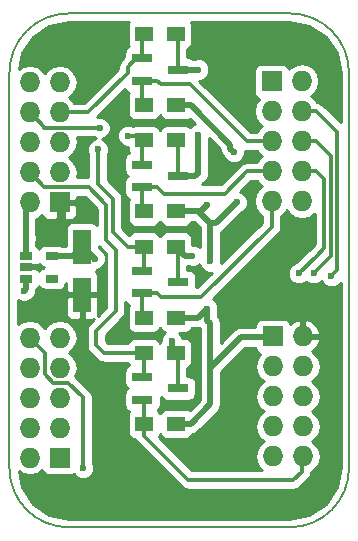
<source format=gtl>
G04 #@! TF.FileFunction,Copper,L1,Top,Signal*
%FSLAX46Y46*%
G04 Gerber Fmt 4.6, Leading zero omitted, Abs format (unit mm)*
G04 Created by KiCad (PCBNEW 4.0.2-stable) date 26.07.2016 23:04:28*
%MOMM*%
G01*
G04 APERTURE LIST*
%ADD10C,0.100000*%
%ADD11C,0.150000*%
%ADD12C,0.600000*%
%ADD13R,1.727200X1.727200*%
%ADD14O,1.727200X1.727200*%
%ADD15R,1.501140X2.999740*%
%ADD16R,1.800860X0.800100*%
%ADD17R,1.500000X1.300000*%
%ADD18R,1.060000X0.650000*%
%ADD19C,0.500000*%
%ADD20C,0.350000*%
%ADD21C,0.254000*%
G04 APERTURE END LIST*
D10*
D11*
X134500000Y-156500000D02*
X134500000Y-123000000D01*
X110750000Y-161500000D02*
X129500000Y-161500000D01*
X105750000Y-123000000D02*
X105750000Y-156500000D01*
X129500000Y-118000000D02*
X110750000Y-118000000D01*
X105750000Y-156500000D02*
G75*
G03X110750000Y-161500000I5000000J0D01*
G01*
X129500000Y-161500000D02*
G75*
G03X134500000Y-156500000I0J5000000D01*
G01*
X134500000Y-123000000D02*
G75*
G03X129500000Y-118000000I-5000000J0D01*
G01*
X110750000Y-118000000D02*
G75*
G03X105750000Y-123000000I0J-5000000D01*
G01*
D12*
X111850000Y-130050000D03*
X114900000Y-125900000D03*
X123400000Y-130750000D03*
X121450000Y-145200000D03*
X109550000Y-142450000D03*
X108550000Y-137450000D03*
X121900000Y-140300000D03*
X115200000Y-145000000D03*
X114800000Y-132000000D03*
X108000000Y-159250000D03*
X108250000Y-120250000D03*
X112100000Y-121100000D03*
X125000000Y-122600000D03*
X125600000Y-136400000D03*
X127900000Y-139600000D03*
X132900000Y-150800000D03*
X127600000Y-158500000D03*
X125800000Y-155800000D03*
X122000000Y-154400000D03*
X114800000Y-154400000D03*
D13*
X127960000Y-123750000D03*
D14*
X130500000Y-123750000D03*
X127960000Y-126290000D03*
X130500000Y-126290000D03*
X127960000Y-128830000D03*
X130500000Y-128830000D03*
X127960000Y-131370000D03*
X130500000Y-131370000D03*
X127960000Y-133910000D03*
X130500000Y-133910000D03*
D15*
X111900000Y-141800000D03*
X111900000Y-137802040D03*
D13*
X128060000Y-145350000D03*
D14*
X130600000Y-145350000D03*
X128060000Y-147890000D03*
X130600000Y-147890000D03*
X128060000Y-150430000D03*
X130600000Y-150430000D03*
X128060000Y-152970000D03*
X130600000Y-152970000D03*
X128060000Y-155510000D03*
X130600000Y-155510000D03*
D16*
X116998860Y-148800000D03*
X116998860Y-150700000D03*
X120001140Y-149750000D03*
X116998860Y-130800000D03*
X116998860Y-132700000D03*
X120001140Y-131750000D03*
X116998860Y-139800000D03*
X116998860Y-141700000D03*
X120001140Y-140750000D03*
X116998860Y-121800000D03*
X116998860Y-123700000D03*
X120001140Y-122750000D03*
D17*
X119850000Y-146750000D03*
X117150000Y-146750000D03*
X119850000Y-128750000D03*
X117150000Y-128750000D03*
X119850000Y-152750000D03*
X117150000Y-152750000D03*
X119850000Y-134750000D03*
X117150000Y-134750000D03*
X119850000Y-137750000D03*
X117150000Y-137750000D03*
X119850000Y-119750000D03*
X117150000Y-119750000D03*
X119850000Y-143750000D03*
X117150000Y-143750000D03*
X119850000Y-125750000D03*
X117150000Y-125750000D03*
D18*
X107150000Y-138550000D03*
X107150000Y-139500000D03*
X107150000Y-140450000D03*
X109350000Y-140450000D03*
X109350000Y-138550000D03*
D13*
X110000000Y-155600000D03*
D14*
X107460000Y-155600000D03*
X110000000Y-153060000D03*
X107460000Y-153060000D03*
X110000000Y-150520000D03*
X107460000Y-150520000D03*
X110000000Y-147980000D03*
X107460000Y-147980000D03*
X110000000Y-145440000D03*
X107460000Y-145440000D03*
D13*
X110000000Y-134000000D03*
D14*
X107460000Y-134000000D03*
X110000000Y-131460000D03*
X107460000Y-131460000D03*
X110000000Y-128920000D03*
X107460000Y-128920000D03*
X110000000Y-126380000D03*
X107460000Y-126380000D03*
X110000000Y-123840000D03*
X107460000Y-123840000D03*
D12*
X117200000Y-158800000D03*
X108250000Y-139500000D03*
X119500000Y-145750000D03*
X121750000Y-122750000D03*
X121750000Y-128250000D03*
X121750000Y-131500000D03*
X121250000Y-138500000D03*
X113000000Y-138750000D03*
X112000000Y-156500000D03*
X130250000Y-140000000D03*
X131500000Y-140000000D03*
X133000000Y-140250000D03*
X122500000Y-134250000D03*
X124750000Y-129750000D03*
X125000000Y-134000000D03*
X122750000Y-139000000D03*
X107150000Y-137000000D03*
X107000000Y-141500000D03*
X122500000Y-143000000D03*
X113400000Y-127700000D03*
X115800000Y-128350000D03*
X113250000Y-129500000D03*
D19*
X107150000Y-139500000D02*
X108250000Y-139500000D01*
X110250000Y-137250000D02*
X110250000Y-134250000D01*
X110250000Y-134250000D02*
X110000000Y-134000000D01*
X111900000Y-141800000D02*
X110450000Y-141800000D01*
X110450000Y-141800000D02*
X109750000Y-142500000D01*
X119500000Y-145750000D02*
X119500000Y-146400000D01*
X119500000Y-146400000D02*
X119850000Y-146750000D01*
X121750000Y-122750000D02*
X120001140Y-122750000D01*
X121750000Y-131500000D02*
X121750000Y-128250000D01*
X120001140Y-131750000D02*
X121500000Y-131750000D01*
X121500000Y-131750000D02*
X121750000Y-131500000D01*
X121250000Y-138500000D02*
X120600000Y-138500000D01*
X120600000Y-138500000D02*
X119850000Y-137750000D01*
X111900000Y-137802040D02*
X112052040Y-137802040D01*
X112052040Y-137802040D02*
X113000000Y-138750000D01*
D20*
X120001140Y-149750000D02*
X120001140Y-146901140D01*
X120001140Y-146901140D02*
X119850000Y-146750000D01*
X120001140Y-122750000D02*
X120001140Y-119901140D01*
X120001140Y-119901140D02*
X119850000Y-119750000D01*
X120001140Y-131750000D02*
X120001140Y-128901140D01*
X120001140Y-128901140D02*
X119850000Y-128750000D01*
X120001140Y-140750000D02*
X120001140Y-137901140D01*
X120001140Y-137901140D02*
X119850000Y-137750000D01*
D19*
X109350000Y-138550000D02*
X111152040Y-138550000D01*
X111152040Y-138550000D02*
X111900000Y-137802040D01*
D20*
X108750000Y-146730000D02*
X108750000Y-148563130D01*
X107460000Y-145440000D02*
X108750000Y-146730000D01*
X109436870Y-149250000D02*
X110750000Y-149250000D01*
X108750000Y-148563130D02*
X109436870Y-149250000D01*
X110750000Y-149250000D02*
X112000000Y-150500000D01*
X112000000Y-150500000D02*
X112000000Y-156500000D01*
X130500000Y-131370000D02*
X131721314Y-131370000D01*
X131721314Y-131370000D02*
X132399980Y-132048666D01*
X132399980Y-132048666D02*
X132399980Y-137850020D01*
X132399980Y-137850020D02*
X131750000Y-138500000D01*
X131750000Y-138500000D02*
X130250000Y-140000000D01*
X132949990Y-138550010D02*
X132949990Y-130250000D01*
X130500000Y-128830000D02*
X131721314Y-128830000D01*
X131721314Y-128830000D02*
X132949990Y-130058676D01*
X132949990Y-130058676D02*
X132949990Y-130250000D01*
X131500000Y-140000000D02*
X132949990Y-138550010D01*
X130500000Y-126290000D02*
X131721314Y-126290000D01*
X131721314Y-126290000D02*
X133500000Y-128068686D01*
X133500000Y-128068686D02*
X133500000Y-139750000D01*
X133500000Y-139750000D02*
X133000000Y-140250000D01*
X107460000Y-150520000D02*
X107460000Y-151226870D01*
D19*
X119850000Y-134750000D02*
X122000000Y-134750000D01*
X122000000Y-134750000D02*
X122500000Y-134250000D01*
X119850000Y-125750000D02*
X121100000Y-125750000D01*
X121100000Y-125750000D02*
X124450001Y-129100001D01*
X124450001Y-129100001D02*
X124450001Y-129450001D01*
X124750000Y-129750000D02*
X124450001Y-129450001D01*
X122750000Y-135750000D02*
X123250000Y-135750000D01*
X123250000Y-135750000D02*
X125000000Y-134000000D01*
X122750000Y-135750000D02*
X121750000Y-134750000D01*
X121750000Y-134750000D02*
X119850000Y-134750000D01*
X122750000Y-139000000D02*
X122750000Y-135750000D01*
X119850000Y-143750000D02*
X121100000Y-143750000D01*
X119850000Y-152750000D02*
X121100000Y-152750000D01*
X107150000Y-138550000D02*
X107150000Y-137000000D01*
X107150000Y-137000000D02*
X107150000Y-134310000D01*
X107150000Y-140450000D02*
X107150000Y-141350000D01*
X107150000Y-141350000D02*
X107000000Y-141500000D01*
X107150000Y-134310000D02*
X107460000Y-134000000D01*
X125330000Y-145420000D02*
X127960000Y-145420000D01*
X122750000Y-148000000D02*
X122750000Y-144250000D01*
X122750000Y-144250000D02*
X122500000Y-144000000D01*
X122500000Y-144000000D02*
X122500000Y-143000000D01*
X121750000Y-143750000D02*
X122500000Y-143000000D01*
X122750000Y-151100000D02*
X122750000Y-148000000D01*
X122750000Y-148000000D02*
X125330000Y-145420000D01*
X121100000Y-143750000D02*
X121750000Y-143750000D01*
X121100000Y-152750000D02*
X122750000Y-151100000D01*
D20*
X117150000Y-146750000D02*
X113750000Y-146750000D01*
X113750000Y-146750000D02*
X113100000Y-146100000D01*
X113100000Y-146100000D02*
X113100000Y-144850000D01*
X113100000Y-144850000D02*
X114750000Y-143200000D01*
X113949990Y-134199990D02*
X112448601Y-132698601D01*
X112448601Y-132698601D02*
X108698601Y-132698601D01*
X114750000Y-143200000D02*
X114750000Y-138000000D01*
X114750000Y-138000000D02*
X113949990Y-137199990D01*
X108698601Y-132698601D02*
X107460000Y-131460000D01*
X113949990Y-137199990D02*
X113949990Y-134199990D01*
X117150000Y-146750000D02*
X117150000Y-148648860D01*
X117150000Y-148648860D02*
X116998860Y-148800000D01*
X116998860Y-121800000D02*
X116998860Y-119901140D01*
X116998860Y-119901140D02*
X117150000Y-119750000D01*
X110000000Y-126380000D02*
X112418860Y-126380000D01*
X112418860Y-126380000D02*
X115748430Y-123050430D01*
X115748430Y-123050430D02*
X115748430Y-122550050D01*
X115748430Y-122550050D02*
X116498480Y-121800000D01*
X116498480Y-121800000D02*
X116998860Y-121800000D01*
X113400000Y-127700000D02*
X112950000Y-127700000D01*
X112950000Y-127700000D02*
X112931399Y-127681399D01*
X115800000Y-128350000D02*
X116750000Y-128350000D01*
X116750000Y-128350000D02*
X117150000Y-128750000D01*
X107460000Y-126380000D02*
X108681399Y-127601399D01*
X108681399Y-127681399D02*
X112931399Y-127681399D01*
X108681399Y-127601399D02*
X108681399Y-127681399D01*
X116998860Y-130800000D02*
X116998860Y-128901140D01*
X116998860Y-128901140D02*
X117150000Y-128750000D01*
X113250000Y-129500000D02*
X113250000Y-132450000D01*
X113250000Y-132450000D02*
X114500000Y-133700000D01*
X114500000Y-133700000D02*
X114500000Y-136500000D01*
X114500000Y-136500000D02*
X115750000Y-137750000D01*
X115750000Y-137750000D02*
X117150000Y-137750000D01*
X117150000Y-137750000D02*
X117150000Y-139648860D01*
X117150000Y-139648860D02*
X116998860Y-139800000D01*
X120900000Y-157500000D02*
X129793600Y-157500000D01*
X129793600Y-157500000D02*
X130500000Y-156793600D01*
X130500000Y-156793600D02*
X130500000Y-155580000D01*
X130500000Y-155580000D02*
X130272798Y-155580000D01*
X117150000Y-152750000D02*
X117150000Y-153750000D01*
X117150000Y-153750000D02*
X120900000Y-157500000D01*
X117150000Y-152750000D02*
X117150000Y-150851140D01*
X117150000Y-150851140D02*
X116998860Y-150700000D01*
X122000000Y-142000000D02*
X127960000Y-136040000D01*
X127960000Y-136040000D02*
X127960000Y-133910000D01*
X118549290Y-142000000D02*
X122000000Y-142000000D01*
X118249290Y-141700000D02*
X118549290Y-142000000D01*
X116998860Y-141700000D02*
X118249290Y-141700000D01*
X116998860Y-141700000D02*
X116998860Y-143598860D01*
X116998860Y-143598860D02*
X117150000Y-143750000D01*
X124000000Y-133250000D02*
X125880000Y-131370000D01*
X125880000Y-131370000D02*
X127960000Y-131370000D01*
X118799290Y-133250000D02*
X124000000Y-133250000D01*
X118249290Y-132700000D02*
X118799290Y-133250000D01*
X116998860Y-132700000D02*
X118249290Y-132700000D01*
X116998860Y-132700000D02*
X116998860Y-134598860D01*
X116998860Y-134598860D02*
X117150000Y-134750000D01*
X121000000Y-124000000D02*
X125830000Y-128830000D01*
X125830000Y-128830000D02*
X127960000Y-128830000D01*
X118549290Y-124000000D02*
X121000000Y-124000000D01*
X118249290Y-123700000D02*
X118549290Y-124000000D01*
X116998860Y-123700000D02*
X118249290Y-123700000D01*
X116998860Y-123700000D02*
X116998860Y-125598860D01*
X116998860Y-125598860D02*
X117150000Y-125750000D01*
D21*
G36*
X129440330Y-134999029D02*
X129926511Y-135323885D01*
X130500000Y-135437959D01*
X131073489Y-135323885D01*
X131559670Y-134999029D01*
X131589980Y-134953667D01*
X131589980Y-137514507D01*
X131177246Y-137927242D01*
X131177243Y-137927244D01*
X130021917Y-139082570D01*
X129721057Y-139206883D01*
X129457808Y-139469673D01*
X129315162Y-139813201D01*
X129314838Y-140185167D01*
X129456883Y-140528943D01*
X129719673Y-140792192D01*
X130063201Y-140934838D01*
X130435167Y-140935162D01*
X130778943Y-140793117D01*
X130874937Y-140697290D01*
X130969673Y-140792192D01*
X131313201Y-140934838D01*
X131685167Y-140935162D01*
X132028943Y-140793117D01*
X132159067Y-140663220D01*
X132206883Y-140778943D01*
X132469673Y-141042192D01*
X132813201Y-141184838D01*
X133185167Y-141185162D01*
X133528943Y-141043117D01*
X133790000Y-140782515D01*
X133790000Y-156430069D01*
X133450592Y-158136390D01*
X132523654Y-159523651D01*
X131136390Y-160450592D01*
X129430069Y-160790000D01*
X110819931Y-160790000D01*
X109113610Y-160450592D01*
X107726349Y-159523654D01*
X106799408Y-158136390D01*
X106526317Y-156763469D01*
X106857152Y-156984526D01*
X107430641Y-157098600D01*
X107489359Y-157098600D01*
X108062848Y-156984526D01*
X108528442Y-156673426D01*
X108533238Y-156698917D01*
X108672310Y-156915041D01*
X108884510Y-157060031D01*
X109136400Y-157111040D01*
X110863600Y-157111040D01*
X111098917Y-157066762D01*
X111196551Y-157003937D01*
X111206883Y-157028943D01*
X111469673Y-157292192D01*
X111813201Y-157434838D01*
X112185167Y-157435162D01*
X112528943Y-157293117D01*
X112792192Y-157030327D01*
X112934838Y-156686799D01*
X112935162Y-156314833D01*
X112810000Y-156011917D01*
X112810000Y-150500000D01*
X112748342Y-150190026D01*
X112661461Y-150060000D01*
X112572757Y-149927244D01*
X111327815Y-148682303D01*
X111413885Y-148553489D01*
X111527959Y-147980000D01*
X111413885Y-147406511D01*
X111089029Y-146920330D01*
X110774248Y-146710000D01*
X111089029Y-146499670D01*
X111413885Y-146013489D01*
X111527959Y-145440000D01*
X111413885Y-144866511D01*
X111089029Y-144380330D01*
X110602848Y-144055474D01*
X110029359Y-143941400D01*
X109970641Y-143941400D01*
X109397152Y-144055474D01*
X108910971Y-144380330D01*
X108730000Y-144651172D01*
X108549029Y-144380330D01*
X108062848Y-144055474D01*
X107489359Y-143941400D01*
X107430641Y-143941400D01*
X106857152Y-144055474D01*
X106460000Y-144320843D01*
X106460000Y-142282502D01*
X106469673Y-142292192D01*
X106813201Y-142434838D01*
X107185167Y-142435162D01*
X107528943Y-142293117D01*
X107736672Y-142085750D01*
X110514430Y-142085750D01*
X110514430Y-143426179D01*
X110611103Y-143659568D01*
X110789731Y-143838197D01*
X111023120Y-143934870D01*
X111614250Y-143934870D01*
X111773000Y-143776120D01*
X111773000Y-141927000D01*
X110673180Y-141927000D01*
X110514430Y-142085750D01*
X107736672Y-142085750D01*
X107792192Y-142030327D01*
X107878942Y-141821412D01*
X107967633Y-141688675D01*
X107993228Y-141560000D01*
X108035001Y-141350000D01*
X108035000Y-141349995D01*
X108035000Y-141301148D01*
X108131441Y-141239090D01*
X108251233Y-141063768D01*
X108355910Y-141226441D01*
X108568110Y-141371431D01*
X108820000Y-141422440D01*
X109880000Y-141422440D01*
X110115317Y-141378162D01*
X110331441Y-141239090D01*
X110476431Y-141026890D01*
X110514430Y-140839245D01*
X110514430Y-141514250D01*
X110673180Y-141673000D01*
X111773000Y-141673000D01*
X111773000Y-141653000D01*
X112027000Y-141653000D01*
X112027000Y-141673000D01*
X113126820Y-141673000D01*
X113285570Y-141514250D01*
X113285570Y-140173821D01*
X113188897Y-139940432D01*
X113048743Y-139800277D01*
X113102011Y-139766000D01*
X113157262Y-139685138D01*
X113185167Y-139685162D01*
X113528943Y-139543117D01*
X113792192Y-139280327D01*
X113934838Y-138936799D01*
X113935162Y-138564833D01*
X113793117Y-138221057D01*
X113530327Y-137957808D01*
X113409013Y-137907434D01*
X113298010Y-137796431D01*
X113298010Y-137654179D01*
X113362036Y-137750000D01*
X113377234Y-137772746D01*
X113940000Y-138335512D01*
X113940000Y-142864487D01*
X113219994Y-143584494D01*
X113285570Y-143426179D01*
X113285570Y-142085750D01*
X113126820Y-141927000D01*
X112027000Y-141927000D01*
X112027000Y-143776120D01*
X112185750Y-143934870D01*
X112776880Y-143934870D01*
X112935193Y-143869294D01*
X112527244Y-144277244D01*
X112351658Y-144540026D01*
X112290000Y-144850000D01*
X112290000Y-146100000D01*
X112351658Y-146409974D01*
X112440004Y-146542192D01*
X112527244Y-146672756D01*
X113177244Y-147322757D01*
X113440027Y-147498343D01*
X113577897Y-147525766D01*
X113750000Y-147560000D01*
X115782666Y-147560000D01*
X115796838Y-147635317D01*
X115896678Y-147790472D01*
X115863113Y-147796788D01*
X115646989Y-147935860D01*
X115501999Y-148148060D01*
X115450990Y-148399950D01*
X115450990Y-149200050D01*
X115495268Y-149435367D01*
X115634340Y-149651491D01*
X115779437Y-149750632D01*
X115646989Y-149835860D01*
X115501999Y-150048060D01*
X115450990Y-150299950D01*
X115450990Y-151100050D01*
X115495268Y-151335367D01*
X115634340Y-151551491D01*
X115846540Y-151696481D01*
X115899803Y-151707267D01*
X115803569Y-151848110D01*
X115752560Y-152100000D01*
X115752560Y-153400000D01*
X115796838Y-153635317D01*
X115935910Y-153851441D01*
X116148110Y-153996431D01*
X116399130Y-154047264D01*
X116401658Y-154059974D01*
X116505560Y-154215474D01*
X116577244Y-154322756D01*
X120327244Y-158072757D01*
X120590027Y-158248343D01*
X120723551Y-158274902D01*
X120900000Y-158310000D01*
X129793600Y-158310000D01*
X130103574Y-158248342D01*
X130366356Y-158072756D01*
X131072756Y-157366357D01*
X131177230Y-157210000D01*
X131248342Y-157103574D01*
X131301037Y-156838660D01*
X131659670Y-156599029D01*
X131984526Y-156112848D01*
X132098600Y-155539359D01*
X132098600Y-155480641D01*
X131984526Y-154907152D01*
X131659670Y-154420971D01*
X131388828Y-154240000D01*
X131659670Y-154059029D01*
X131984526Y-153572848D01*
X132098600Y-152999359D01*
X132098600Y-152940641D01*
X131984526Y-152367152D01*
X131659670Y-151880971D01*
X131388828Y-151700000D01*
X131659670Y-151519029D01*
X131984526Y-151032848D01*
X132098600Y-150459359D01*
X132098600Y-150400641D01*
X131984526Y-149827152D01*
X131659670Y-149340971D01*
X131388828Y-149160000D01*
X131659670Y-148979029D01*
X131984526Y-148492848D01*
X132098600Y-147919359D01*
X132098600Y-147860641D01*
X131984526Y-147287152D01*
X131659670Y-146800971D01*
X131388839Y-146620008D01*
X131806821Y-146238490D01*
X132054968Y-145709027D01*
X131934469Y-145477000D01*
X130727000Y-145477000D01*
X130727000Y-145497000D01*
X130473000Y-145497000D01*
X130473000Y-145477000D01*
X130453000Y-145477000D01*
X130453000Y-145223000D01*
X130473000Y-145223000D01*
X130473000Y-144016183D01*
X130727000Y-144016183D01*
X130727000Y-145223000D01*
X131934469Y-145223000D01*
X132054968Y-144990973D01*
X131806821Y-144461510D01*
X131374947Y-144067312D01*
X130959026Y-143895042D01*
X130727000Y-144016183D01*
X130473000Y-144016183D01*
X130240974Y-143895042D01*
X129825053Y-144067312D01*
X129540973Y-144326609D01*
X129526762Y-144251083D01*
X129387690Y-144034959D01*
X129175490Y-143889969D01*
X128923600Y-143838960D01*
X127196400Y-143838960D01*
X126961083Y-143883238D01*
X126744959Y-144022310D01*
X126599969Y-144234510D01*
X126548960Y-144486400D01*
X126548960Y-144535000D01*
X125330005Y-144535000D01*
X125330000Y-144534999D01*
X125060164Y-144588674D01*
X124991325Y-144602367D01*
X124704210Y-144794210D01*
X124704208Y-144794213D01*
X123635000Y-145863421D01*
X123635000Y-144250000D01*
X123567633Y-143911325D01*
X123385000Y-143637994D01*
X123385000Y-143306822D01*
X123434838Y-143186799D01*
X123435162Y-142814833D01*
X123293117Y-142471057D01*
X123030327Y-142207808D01*
X122964880Y-142180632D01*
X128532757Y-136612756D01*
X128708343Y-136349973D01*
X128736805Y-136206883D01*
X128770000Y-136040000D01*
X128770000Y-135165853D01*
X129019670Y-134999029D01*
X129230000Y-134684248D01*
X129440330Y-134999029D01*
X129440330Y-134999029D01*
G37*
X129440330Y-134999029D02*
X129926511Y-135323885D01*
X130500000Y-135437959D01*
X131073489Y-135323885D01*
X131559670Y-134999029D01*
X131589980Y-134953667D01*
X131589980Y-137514507D01*
X131177246Y-137927242D01*
X131177243Y-137927244D01*
X130021917Y-139082570D01*
X129721057Y-139206883D01*
X129457808Y-139469673D01*
X129315162Y-139813201D01*
X129314838Y-140185167D01*
X129456883Y-140528943D01*
X129719673Y-140792192D01*
X130063201Y-140934838D01*
X130435167Y-140935162D01*
X130778943Y-140793117D01*
X130874937Y-140697290D01*
X130969673Y-140792192D01*
X131313201Y-140934838D01*
X131685167Y-140935162D01*
X132028943Y-140793117D01*
X132159067Y-140663220D01*
X132206883Y-140778943D01*
X132469673Y-141042192D01*
X132813201Y-141184838D01*
X133185167Y-141185162D01*
X133528943Y-141043117D01*
X133790000Y-140782515D01*
X133790000Y-156430069D01*
X133450592Y-158136390D01*
X132523654Y-159523651D01*
X131136390Y-160450592D01*
X129430069Y-160790000D01*
X110819931Y-160790000D01*
X109113610Y-160450592D01*
X107726349Y-159523654D01*
X106799408Y-158136390D01*
X106526317Y-156763469D01*
X106857152Y-156984526D01*
X107430641Y-157098600D01*
X107489359Y-157098600D01*
X108062848Y-156984526D01*
X108528442Y-156673426D01*
X108533238Y-156698917D01*
X108672310Y-156915041D01*
X108884510Y-157060031D01*
X109136400Y-157111040D01*
X110863600Y-157111040D01*
X111098917Y-157066762D01*
X111196551Y-157003937D01*
X111206883Y-157028943D01*
X111469673Y-157292192D01*
X111813201Y-157434838D01*
X112185167Y-157435162D01*
X112528943Y-157293117D01*
X112792192Y-157030327D01*
X112934838Y-156686799D01*
X112935162Y-156314833D01*
X112810000Y-156011917D01*
X112810000Y-150500000D01*
X112748342Y-150190026D01*
X112661461Y-150060000D01*
X112572757Y-149927244D01*
X111327815Y-148682303D01*
X111413885Y-148553489D01*
X111527959Y-147980000D01*
X111413885Y-147406511D01*
X111089029Y-146920330D01*
X110774248Y-146710000D01*
X111089029Y-146499670D01*
X111413885Y-146013489D01*
X111527959Y-145440000D01*
X111413885Y-144866511D01*
X111089029Y-144380330D01*
X110602848Y-144055474D01*
X110029359Y-143941400D01*
X109970641Y-143941400D01*
X109397152Y-144055474D01*
X108910971Y-144380330D01*
X108730000Y-144651172D01*
X108549029Y-144380330D01*
X108062848Y-144055474D01*
X107489359Y-143941400D01*
X107430641Y-143941400D01*
X106857152Y-144055474D01*
X106460000Y-144320843D01*
X106460000Y-142282502D01*
X106469673Y-142292192D01*
X106813201Y-142434838D01*
X107185167Y-142435162D01*
X107528943Y-142293117D01*
X107736672Y-142085750D01*
X110514430Y-142085750D01*
X110514430Y-143426179D01*
X110611103Y-143659568D01*
X110789731Y-143838197D01*
X111023120Y-143934870D01*
X111614250Y-143934870D01*
X111773000Y-143776120D01*
X111773000Y-141927000D01*
X110673180Y-141927000D01*
X110514430Y-142085750D01*
X107736672Y-142085750D01*
X107792192Y-142030327D01*
X107878942Y-141821412D01*
X107967633Y-141688675D01*
X107993228Y-141560000D01*
X108035001Y-141350000D01*
X108035000Y-141349995D01*
X108035000Y-141301148D01*
X108131441Y-141239090D01*
X108251233Y-141063768D01*
X108355910Y-141226441D01*
X108568110Y-141371431D01*
X108820000Y-141422440D01*
X109880000Y-141422440D01*
X110115317Y-141378162D01*
X110331441Y-141239090D01*
X110476431Y-141026890D01*
X110514430Y-140839245D01*
X110514430Y-141514250D01*
X110673180Y-141673000D01*
X111773000Y-141673000D01*
X111773000Y-141653000D01*
X112027000Y-141653000D01*
X112027000Y-141673000D01*
X113126820Y-141673000D01*
X113285570Y-141514250D01*
X113285570Y-140173821D01*
X113188897Y-139940432D01*
X113048743Y-139800277D01*
X113102011Y-139766000D01*
X113157262Y-139685138D01*
X113185167Y-139685162D01*
X113528943Y-139543117D01*
X113792192Y-139280327D01*
X113934838Y-138936799D01*
X113935162Y-138564833D01*
X113793117Y-138221057D01*
X113530327Y-137957808D01*
X113409013Y-137907434D01*
X113298010Y-137796431D01*
X113298010Y-137654179D01*
X113362036Y-137750000D01*
X113377234Y-137772746D01*
X113940000Y-138335512D01*
X113940000Y-142864487D01*
X113219994Y-143584494D01*
X113285570Y-143426179D01*
X113285570Y-142085750D01*
X113126820Y-141927000D01*
X112027000Y-141927000D01*
X112027000Y-143776120D01*
X112185750Y-143934870D01*
X112776880Y-143934870D01*
X112935193Y-143869294D01*
X112527244Y-144277244D01*
X112351658Y-144540026D01*
X112290000Y-144850000D01*
X112290000Y-146100000D01*
X112351658Y-146409974D01*
X112440004Y-146542192D01*
X112527244Y-146672756D01*
X113177244Y-147322757D01*
X113440027Y-147498343D01*
X113577897Y-147525766D01*
X113750000Y-147560000D01*
X115782666Y-147560000D01*
X115796838Y-147635317D01*
X115896678Y-147790472D01*
X115863113Y-147796788D01*
X115646989Y-147935860D01*
X115501999Y-148148060D01*
X115450990Y-148399950D01*
X115450990Y-149200050D01*
X115495268Y-149435367D01*
X115634340Y-149651491D01*
X115779437Y-149750632D01*
X115646989Y-149835860D01*
X115501999Y-150048060D01*
X115450990Y-150299950D01*
X115450990Y-151100050D01*
X115495268Y-151335367D01*
X115634340Y-151551491D01*
X115846540Y-151696481D01*
X115899803Y-151707267D01*
X115803569Y-151848110D01*
X115752560Y-152100000D01*
X115752560Y-153400000D01*
X115796838Y-153635317D01*
X115935910Y-153851441D01*
X116148110Y-153996431D01*
X116399130Y-154047264D01*
X116401658Y-154059974D01*
X116505560Y-154215474D01*
X116577244Y-154322756D01*
X120327244Y-158072757D01*
X120590027Y-158248343D01*
X120723551Y-158274902D01*
X120900000Y-158310000D01*
X129793600Y-158310000D01*
X130103574Y-158248342D01*
X130366356Y-158072756D01*
X131072756Y-157366357D01*
X131177230Y-157210000D01*
X131248342Y-157103574D01*
X131301037Y-156838660D01*
X131659670Y-156599029D01*
X131984526Y-156112848D01*
X132098600Y-155539359D01*
X132098600Y-155480641D01*
X131984526Y-154907152D01*
X131659670Y-154420971D01*
X131388828Y-154240000D01*
X131659670Y-154059029D01*
X131984526Y-153572848D01*
X132098600Y-152999359D01*
X132098600Y-152940641D01*
X131984526Y-152367152D01*
X131659670Y-151880971D01*
X131388828Y-151700000D01*
X131659670Y-151519029D01*
X131984526Y-151032848D01*
X132098600Y-150459359D01*
X132098600Y-150400641D01*
X131984526Y-149827152D01*
X131659670Y-149340971D01*
X131388828Y-149160000D01*
X131659670Y-148979029D01*
X131984526Y-148492848D01*
X132098600Y-147919359D01*
X132098600Y-147860641D01*
X131984526Y-147287152D01*
X131659670Y-146800971D01*
X131388839Y-146620008D01*
X131806821Y-146238490D01*
X132054968Y-145709027D01*
X131934469Y-145477000D01*
X130727000Y-145477000D01*
X130727000Y-145497000D01*
X130473000Y-145497000D01*
X130473000Y-145477000D01*
X130453000Y-145477000D01*
X130453000Y-145223000D01*
X130473000Y-145223000D01*
X130473000Y-144016183D01*
X130727000Y-144016183D01*
X130727000Y-145223000D01*
X131934469Y-145223000D01*
X132054968Y-144990973D01*
X131806821Y-144461510D01*
X131374947Y-144067312D01*
X130959026Y-143895042D01*
X130727000Y-144016183D01*
X130473000Y-144016183D01*
X130240974Y-143895042D01*
X129825053Y-144067312D01*
X129540973Y-144326609D01*
X129526762Y-144251083D01*
X129387690Y-144034959D01*
X129175490Y-143889969D01*
X128923600Y-143838960D01*
X127196400Y-143838960D01*
X126961083Y-143883238D01*
X126744959Y-144022310D01*
X126599969Y-144234510D01*
X126548960Y-144486400D01*
X126548960Y-144535000D01*
X125330005Y-144535000D01*
X125330000Y-144534999D01*
X125060164Y-144588674D01*
X124991325Y-144602367D01*
X124704210Y-144794210D01*
X124704208Y-144794213D01*
X123635000Y-145863421D01*
X123635000Y-144250000D01*
X123567633Y-143911325D01*
X123385000Y-143637994D01*
X123385000Y-143306822D01*
X123434838Y-143186799D01*
X123435162Y-142814833D01*
X123293117Y-142471057D01*
X123030327Y-142207808D01*
X122964880Y-142180632D01*
X128532757Y-136612756D01*
X128708343Y-136349973D01*
X128736805Y-136206883D01*
X128770000Y-136040000D01*
X128770000Y-135165853D01*
X129019670Y-134999029D01*
X129230000Y-134684248D01*
X129440330Y-134999029D01*
G36*
X126593238Y-146448917D02*
X126732310Y-146665041D01*
X126944510Y-146810031D01*
X126988345Y-146818908D01*
X126675474Y-147287152D01*
X126561400Y-147860641D01*
X126561400Y-147919359D01*
X126675474Y-148492848D01*
X127000330Y-148979029D01*
X127271172Y-149160000D01*
X127000330Y-149340971D01*
X126675474Y-149827152D01*
X126561400Y-150400641D01*
X126561400Y-150459359D01*
X126675474Y-151032848D01*
X127000330Y-151519029D01*
X127271172Y-151700000D01*
X127000330Y-151880971D01*
X126675474Y-152367152D01*
X126561400Y-152940641D01*
X126561400Y-152999359D01*
X126675474Y-153572848D01*
X127000330Y-154059029D01*
X127271172Y-154240000D01*
X127000330Y-154420971D01*
X126675474Y-154907152D01*
X126561400Y-155480641D01*
X126561400Y-155539359D01*
X126675474Y-156112848D01*
X127000330Y-156599029D01*
X127136478Y-156690000D01*
X121235513Y-156690000D01*
X118375050Y-153829538D01*
X118496431Y-153651890D01*
X118499081Y-153638803D01*
X118635910Y-153851441D01*
X118848110Y-153996431D01*
X119100000Y-154047440D01*
X120600000Y-154047440D01*
X120835317Y-154003162D01*
X121051441Y-153864090D01*
X121196431Y-153651890D01*
X121204042Y-153614305D01*
X121382484Y-153578810D01*
X121438675Y-153567633D01*
X121725790Y-153375790D01*
X123375787Y-151725792D01*
X123375790Y-151725790D01*
X123567633Y-151438675D01*
X123635000Y-151100000D01*
X123635000Y-148366580D01*
X125696579Y-146305000D01*
X126566158Y-146305000D01*
X126593238Y-146448917D01*
X126593238Y-146448917D01*
G37*
X126593238Y-146448917D02*
X126732310Y-146665041D01*
X126944510Y-146810031D01*
X126988345Y-146818908D01*
X126675474Y-147287152D01*
X126561400Y-147860641D01*
X126561400Y-147919359D01*
X126675474Y-148492848D01*
X127000330Y-148979029D01*
X127271172Y-149160000D01*
X127000330Y-149340971D01*
X126675474Y-149827152D01*
X126561400Y-150400641D01*
X126561400Y-150459359D01*
X126675474Y-151032848D01*
X127000330Y-151519029D01*
X127271172Y-151700000D01*
X127000330Y-151880971D01*
X126675474Y-152367152D01*
X126561400Y-152940641D01*
X126561400Y-152999359D01*
X126675474Y-153572848D01*
X127000330Y-154059029D01*
X127271172Y-154240000D01*
X127000330Y-154420971D01*
X126675474Y-154907152D01*
X126561400Y-155480641D01*
X126561400Y-155539359D01*
X126675474Y-156112848D01*
X127000330Y-156599029D01*
X127136478Y-156690000D01*
X121235513Y-156690000D01*
X118375050Y-153829538D01*
X118496431Y-153651890D01*
X118499081Y-153638803D01*
X118635910Y-153851441D01*
X118848110Y-153996431D01*
X119100000Y-154047440D01*
X120600000Y-154047440D01*
X120835317Y-154003162D01*
X121051441Y-153864090D01*
X121196431Y-153651890D01*
X121204042Y-153614305D01*
X121382484Y-153578810D01*
X121438675Y-153567633D01*
X121725790Y-153375790D01*
X123375787Y-151725792D01*
X123375790Y-151725790D01*
X123567633Y-151438675D01*
X123635000Y-151100000D01*
X123635000Y-148366580D01*
X125696579Y-146305000D01*
X126566158Y-146305000D01*
X126593238Y-146448917D01*
G36*
X121865000Y-147999995D02*
X121864999Y-148000000D01*
X121865000Y-148000005D01*
X121865000Y-150733421D01*
X120996229Y-151602191D01*
X120851890Y-151503569D01*
X120600000Y-151452560D01*
X119100000Y-151452560D01*
X118864683Y-151496838D01*
X118648559Y-151635910D01*
X118503569Y-151848110D01*
X118500919Y-151861197D01*
X118364090Y-151648559D01*
X118293983Y-151600657D01*
X118350731Y-151564140D01*
X118495721Y-151351940D01*
X118546730Y-151100050D01*
X118546730Y-150461798D01*
X118636620Y-150601491D01*
X118848820Y-150746481D01*
X119100710Y-150797490D01*
X120901570Y-150797490D01*
X121136887Y-150753212D01*
X121353011Y-150614140D01*
X121498001Y-150401940D01*
X121549010Y-150150050D01*
X121549010Y-149349950D01*
X121504732Y-149114633D01*
X121365660Y-148898509D01*
X121153460Y-148753519D01*
X120901570Y-148702510D01*
X120811140Y-148702510D01*
X120811140Y-148007711D01*
X120835317Y-148003162D01*
X121051441Y-147864090D01*
X121196431Y-147651890D01*
X121247440Y-147400000D01*
X121247440Y-146100000D01*
X121203162Y-145864683D01*
X121064090Y-145648559D01*
X120851890Y-145503569D01*
X120600000Y-145452560D01*
X120388772Y-145452560D01*
X120293117Y-145221057D01*
X120119803Y-145047440D01*
X120600000Y-145047440D01*
X120835317Y-145003162D01*
X121051441Y-144864090D01*
X121196431Y-144651890D01*
X121199851Y-144635000D01*
X121749995Y-144635000D01*
X121750000Y-144635001D01*
X121865000Y-144612126D01*
X121865000Y-147999995D01*
X121865000Y-147999995D01*
G37*
X121865000Y-147999995D02*
X121864999Y-148000000D01*
X121865000Y-148000005D01*
X121865000Y-150733421D01*
X120996229Y-151602191D01*
X120851890Y-151503569D01*
X120600000Y-151452560D01*
X119100000Y-151452560D01*
X118864683Y-151496838D01*
X118648559Y-151635910D01*
X118503569Y-151848110D01*
X118500919Y-151861197D01*
X118364090Y-151648559D01*
X118293983Y-151600657D01*
X118350731Y-151564140D01*
X118495721Y-151351940D01*
X118546730Y-151100050D01*
X118546730Y-150461798D01*
X118636620Y-150601491D01*
X118848820Y-150746481D01*
X119100710Y-150797490D01*
X120901570Y-150797490D01*
X121136887Y-150753212D01*
X121353011Y-150614140D01*
X121498001Y-150401940D01*
X121549010Y-150150050D01*
X121549010Y-149349950D01*
X121504732Y-149114633D01*
X121365660Y-148898509D01*
X121153460Y-148753519D01*
X120901570Y-148702510D01*
X120811140Y-148702510D01*
X120811140Y-148007711D01*
X120835317Y-148003162D01*
X121051441Y-147864090D01*
X121196431Y-147651890D01*
X121247440Y-147400000D01*
X121247440Y-146100000D01*
X121203162Y-145864683D01*
X121064090Y-145648559D01*
X120851890Y-145503569D01*
X120600000Y-145452560D01*
X120388772Y-145452560D01*
X120293117Y-145221057D01*
X120119803Y-145047440D01*
X120600000Y-145047440D01*
X120835317Y-145003162D01*
X121051441Y-144864090D01*
X121196431Y-144651890D01*
X121199851Y-144635000D01*
X121749995Y-144635000D01*
X121750000Y-144635001D01*
X121865000Y-144612126D01*
X121865000Y-147999995D01*
G36*
X115634340Y-142551491D02*
X115846540Y-142696481D01*
X115899803Y-142707267D01*
X115803569Y-142848110D01*
X115752560Y-143100000D01*
X115752560Y-144400000D01*
X115796838Y-144635317D01*
X115935910Y-144851441D01*
X116148110Y-144996431D01*
X116400000Y-145047440D01*
X117900000Y-145047440D01*
X118135317Y-145003162D01*
X118351441Y-144864090D01*
X118496431Y-144651890D01*
X118499081Y-144638803D01*
X118635910Y-144851441D01*
X118848110Y-144996431D01*
X118917387Y-145010460D01*
X118707808Y-145219673D01*
X118565162Y-145563201D01*
X118564992Y-145758214D01*
X118503569Y-145848110D01*
X118500919Y-145861197D01*
X118364090Y-145648559D01*
X118151890Y-145503569D01*
X117900000Y-145452560D01*
X116400000Y-145452560D01*
X116164683Y-145496838D01*
X115948559Y-145635910D01*
X115803569Y-145848110D01*
X115784961Y-145940000D01*
X114085513Y-145940000D01*
X113910000Y-145764488D01*
X113910000Y-145185512D01*
X115322756Y-143772757D01*
X115438950Y-143598860D01*
X115498342Y-143509974D01*
X115560000Y-143200000D01*
X115560000Y-142435963D01*
X115634340Y-142551491D01*
X115634340Y-142551491D01*
G37*
X115634340Y-142551491D02*
X115846540Y-142696481D01*
X115899803Y-142707267D01*
X115803569Y-142848110D01*
X115752560Y-143100000D01*
X115752560Y-144400000D01*
X115796838Y-144635317D01*
X115935910Y-144851441D01*
X116148110Y-144996431D01*
X116400000Y-145047440D01*
X117900000Y-145047440D01*
X118135317Y-145003162D01*
X118351441Y-144864090D01*
X118496431Y-144651890D01*
X118499081Y-144638803D01*
X118635910Y-144851441D01*
X118848110Y-144996431D01*
X118917387Y-145010460D01*
X118707808Y-145219673D01*
X118565162Y-145563201D01*
X118564992Y-145758214D01*
X118503569Y-145848110D01*
X118500919Y-145861197D01*
X118364090Y-145648559D01*
X118151890Y-145503569D01*
X117900000Y-145452560D01*
X116400000Y-145452560D01*
X116164683Y-145496838D01*
X115948559Y-145635910D01*
X115803569Y-145848110D01*
X115784961Y-145940000D01*
X114085513Y-145940000D01*
X113910000Y-145764488D01*
X113910000Y-145185512D01*
X115322756Y-143772757D01*
X115438950Y-143598860D01*
X115498342Y-143509974D01*
X115560000Y-143200000D01*
X115560000Y-142435963D01*
X115634340Y-142551491D01*
G36*
X121956883Y-139528943D02*
X122219673Y-139792192D01*
X122563201Y-139934838D01*
X122919340Y-139935148D01*
X121664488Y-141190000D01*
X121540920Y-141190000D01*
X121549010Y-141150050D01*
X121549010Y-140349950D01*
X121504732Y-140114633D01*
X121365660Y-139898509D01*
X121153460Y-139753519D01*
X120901570Y-139702510D01*
X120811140Y-139702510D01*
X120811140Y-139385000D01*
X120943178Y-139385000D01*
X121063201Y-139434838D01*
X121435167Y-139435162D01*
X121778943Y-139293117D01*
X121835935Y-139236225D01*
X121956883Y-139528943D01*
X121956883Y-139528943D01*
G37*
X121956883Y-139528943D02*
X122219673Y-139792192D01*
X122563201Y-139934838D01*
X122919340Y-139935148D01*
X121664488Y-141190000D01*
X121540920Y-141190000D01*
X121549010Y-141150050D01*
X121549010Y-140349950D01*
X121504732Y-140114633D01*
X121365660Y-139898509D01*
X121153460Y-139753519D01*
X120901570Y-139702510D01*
X120811140Y-139702510D01*
X120811140Y-139385000D01*
X120943178Y-139385000D01*
X121063201Y-139434838D01*
X121435167Y-139435162D01*
X121778943Y-139293117D01*
X121835935Y-139236225D01*
X121956883Y-139528943D01*
G36*
X108355910Y-139326441D02*
X108568110Y-139471431D01*
X108705120Y-139499176D01*
X108584683Y-139521838D01*
X108368559Y-139660910D01*
X108296144Y-139766894D01*
X108156250Y-139627000D01*
X108075949Y-139627000D01*
X107931890Y-139528569D01*
X107794880Y-139500824D01*
X107915317Y-139478162D01*
X108078743Y-139373000D01*
X108156250Y-139373000D01*
X108295965Y-139233285D01*
X108355910Y-139326441D01*
X108355910Y-139326441D01*
G37*
X108355910Y-139326441D02*
X108568110Y-139471431D01*
X108705120Y-139499176D01*
X108584683Y-139521838D01*
X108368559Y-139660910D01*
X108296144Y-139766894D01*
X108156250Y-139627000D01*
X108075949Y-139627000D01*
X107931890Y-139528569D01*
X107794880Y-139500824D01*
X107915317Y-139478162D01*
X108078743Y-139373000D01*
X108156250Y-139373000D01*
X108295965Y-139233285D01*
X108355910Y-139326441D01*
G36*
X126900330Y-132459029D02*
X127171172Y-132640000D01*
X126900330Y-132820971D01*
X126575474Y-133307152D01*
X126461400Y-133880641D01*
X126461400Y-133939359D01*
X126575474Y-134512848D01*
X126900330Y-134999029D01*
X127150000Y-135165853D01*
X127150000Y-135704487D01*
X123684853Y-139169635D01*
X123685162Y-138814833D01*
X123635000Y-138693431D01*
X123635000Y-136536680D01*
X123875790Y-136375790D01*
X125408834Y-134842745D01*
X125528943Y-134793117D01*
X125792192Y-134530327D01*
X125934838Y-134186799D01*
X125935162Y-133814833D01*
X125793117Y-133471057D01*
X125530327Y-133207808D01*
X125288232Y-133107281D01*
X126215513Y-132180000D01*
X126713889Y-132180000D01*
X126900330Y-132459029D01*
X126900330Y-132459029D01*
G37*
X126900330Y-132459029D02*
X127171172Y-132640000D01*
X126900330Y-132820971D01*
X126575474Y-133307152D01*
X126461400Y-133880641D01*
X126461400Y-133939359D01*
X126575474Y-134512848D01*
X126900330Y-134999029D01*
X127150000Y-135165853D01*
X127150000Y-135704487D01*
X123684853Y-139169635D01*
X123685162Y-138814833D01*
X123635000Y-138693431D01*
X123635000Y-136536680D01*
X123875790Y-136375790D01*
X125408834Y-134842745D01*
X125528943Y-134793117D01*
X125792192Y-134530327D01*
X125934838Y-134186799D01*
X125935162Y-133814833D01*
X125793117Y-133471057D01*
X125530327Y-133207808D01*
X125288232Y-133107281D01*
X126215513Y-132180000D01*
X126713889Y-132180000D01*
X126900330Y-132459029D01*
G36*
X113139990Y-134535503D02*
X113139990Y-135890093D01*
X113114660Y-135850729D01*
X112902460Y-135705739D01*
X112650570Y-135654730D01*
X111149430Y-135654730D01*
X110914113Y-135699008D01*
X110697989Y-135838080D01*
X110552999Y-136050280D01*
X110501990Y-136302170D01*
X110501990Y-137665000D01*
X110185209Y-137665000D01*
X110131890Y-137628569D01*
X109880000Y-137577560D01*
X108820000Y-137577560D01*
X108584683Y-137621838D01*
X108368559Y-137760910D01*
X108248767Y-137936232D01*
X108144090Y-137773559D01*
X108035000Y-137699021D01*
X108035000Y-137306822D01*
X108084838Y-137186799D01*
X108085162Y-136814833D01*
X108035000Y-136693431D01*
X108035000Y-135390065D01*
X108062848Y-135384526D01*
X108534356Y-135069474D01*
X108598073Y-135223299D01*
X108776702Y-135401927D01*
X109010091Y-135498600D01*
X109714250Y-135498600D01*
X109873000Y-135339850D01*
X109873000Y-134127000D01*
X110127000Y-134127000D01*
X110127000Y-135339850D01*
X110285750Y-135498600D01*
X110989909Y-135498600D01*
X111223298Y-135401927D01*
X111401927Y-135223299D01*
X111498600Y-134989910D01*
X111498600Y-134285750D01*
X111339850Y-134127000D01*
X110127000Y-134127000D01*
X109873000Y-134127000D01*
X109853000Y-134127000D01*
X109853000Y-133873000D01*
X109873000Y-133873000D01*
X109873000Y-133853000D01*
X110127000Y-133853000D01*
X110127000Y-133873000D01*
X111339850Y-133873000D01*
X111498600Y-133714250D01*
X111498600Y-133508601D01*
X112113089Y-133508601D01*
X113139990Y-134535503D01*
X113139990Y-134535503D01*
G37*
X113139990Y-134535503D02*
X113139990Y-135890093D01*
X113114660Y-135850729D01*
X112902460Y-135705739D01*
X112650570Y-135654730D01*
X111149430Y-135654730D01*
X110914113Y-135699008D01*
X110697989Y-135838080D01*
X110552999Y-136050280D01*
X110501990Y-136302170D01*
X110501990Y-137665000D01*
X110185209Y-137665000D01*
X110131890Y-137628569D01*
X109880000Y-137577560D01*
X108820000Y-137577560D01*
X108584683Y-137621838D01*
X108368559Y-137760910D01*
X108248767Y-137936232D01*
X108144090Y-137773559D01*
X108035000Y-137699021D01*
X108035000Y-137306822D01*
X108084838Y-137186799D01*
X108085162Y-136814833D01*
X108035000Y-136693431D01*
X108035000Y-135390065D01*
X108062848Y-135384526D01*
X108534356Y-135069474D01*
X108598073Y-135223299D01*
X108776702Y-135401927D01*
X109010091Y-135498600D01*
X109714250Y-135498600D01*
X109873000Y-135339850D01*
X109873000Y-134127000D01*
X110127000Y-134127000D01*
X110127000Y-135339850D01*
X110285750Y-135498600D01*
X110989909Y-135498600D01*
X111223298Y-135401927D01*
X111401927Y-135223299D01*
X111498600Y-134989910D01*
X111498600Y-134285750D01*
X111339850Y-134127000D01*
X110127000Y-134127000D01*
X109873000Y-134127000D01*
X109853000Y-134127000D01*
X109853000Y-133873000D01*
X109873000Y-133873000D01*
X109873000Y-133853000D01*
X110127000Y-133853000D01*
X110127000Y-133873000D01*
X111339850Y-133873000D01*
X111498600Y-133714250D01*
X111498600Y-133508601D01*
X112113089Y-133508601D01*
X113139990Y-134535503D01*
G36*
X115634340Y-124551491D02*
X115846540Y-124696481D01*
X115899803Y-124707267D01*
X115803569Y-124848110D01*
X115752560Y-125100000D01*
X115752560Y-126400000D01*
X115796838Y-126635317D01*
X115935910Y-126851441D01*
X116148110Y-126996431D01*
X116400000Y-127047440D01*
X117900000Y-127047440D01*
X118135317Y-127003162D01*
X118351441Y-126864090D01*
X118496431Y-126651890D01*
X118499081Y-126638803D01*
X118635910Y-126851441D01*
X118848110Y-126996431D01*
X119100000Y-127047440D01*
X120600000Y-127047440D01*
X120835317Y-127003162D01*
X120997330Y-126898910D01*
X121457576Y-127359156D01*
X121221057Y-127456883D01*
X121043286Y-127634344D01*
X120851890Y-127503569D01*
X120600000Y-127452560D01*
X119100000Y-127452560D01*
X118864683Y-127496838D01*
X118648559Y-127635910D01*
X118503569Y-127848110D01*
X118500919Y-127861197D01*
X118364090Y-127648559D01*
X118151890Y-127503569D01*
X117900000Y-127452560D01*
X116400000Y-127452560D01*
X116177629Y-127494402D01*
X115986799Y-127415162D01*
X115614833Y-127414838D01*
X115271057Y-127556883D01*
X115007808Y-127819673D01*
X114865162Y-128163201D01*
X114864838Y-128535167D01*
X115006883Y-128878943D01*
X115269673Y-129142192D01*
X115613201Y-129284838D01*
X115752560Y-129284959D01*
X115752560Y-129400000D01*
X115796838Y-129635317D01*
X115896678Y-129790472D01*
X115863113Y-129796788D01*
X115646989Y-129935860D01*
X115501999Y-130148060D01*
X115450990Y-130399950D01*
X115450990Y-131200050D01*
X115495268Y-131435367D01*
X115634340Y-131651491D01*
X115779437Y-131750632D01*
X115646989Y-131835860D01*
X115501999Y-132048060D01*
X115450990Y-132299950D01*
X115450990Y-133100050D01*
X115495268Y-133335367D01*
X115634340Y-133551491D01*
X115846540Y-133696481D01*
X115899803Y-133707267D01*
X115803569Y-133848110D01*
X115752560Y-134100000D01*
X115752560Y-135400000D01*
X115796838Y-135635317D01*
X115935910Y-135851441D01*
X116148110Y-135996431D01*
X116400000Y-136047440D01*
X117900000Y-136047440D01*
X118135317Y-136003162D01*
X118351441Y-135864090D01*
X118496431Y-135651890D01*
X118499081Y-135638803D01*
X118635910Y-135851441D01*
X118848110Y-135996431D01*
X119100000Y-136047440D01*
X120600000Y-136047440D01*
X120835317Y-136003162D01*
X121051441Y-135864090D01*
X121196431Y-135651890D01*
X121199851Y-135635000D01*
X121383420Y-135635000D01*
X121865000Y-136116579D01*
X121865000Y-137792629D01*
X121780327Y-137707808D01*
X121436799Y-137565162D01*
X121247440Y-137564997D01*
X121247440Y-137100000D01*
X121203162Y-136864683D01*
X121064090Y-136648559D01*
X120851890Y-136503569D01*
X120600000Y-136452560D01*
X119100000Y-136452560D01*
X118864683Y-136496838D01*
X118648559Y-136635910D01*
X118503569Y-136848110D01*
X118500919Y-136861197D01*
X118364090Y-136648559D01*
X118151890Y-136503569D01*
X117900000Y-136452560D01*
X116400000Y-136452560D01*
X116164683Y-136496838D01*
X115948559Y-136635910D01*
X115880715Y-136735203D01*
X115310000Y-136164488D01*
X115310000Y-133700000D01*
X115248342Y-133390026D01*
X115154779Y-133250000D01*
X115072757Y-133127244D01*
X114060000Y-132114488D01*
X114060000Y-129987441D01*
X114184838Y-129686799D01*
X114185162Y-129314833D01*
X114043117Y-128971057D01*
X113780327Y-128707808D01*
X113595297Y-128630976D01*
X113928943Y-128493117D01*
X114192192Y-128230327D01*
X114334838Y-127886799D01*
X114335162Y-127514833D01*
X114193117Y-127171057D01*
X113930327Y-126907808D01*
X113586799Y-126765162D01*
X113214833Y-126764838D01*
X113154679Y-126789693D01*
X115539800Y-124404572D01*
X115634340Y-124551491D01*
X115634340Y-124551491D01*
G37*
X115634340Y-124551491D02*
X115846540Y-124696481D01*
X115899803Y-124707267D01*
X115803569Y-124848110D01*
X115752560Y-125100000D01*
X115752560Y-126400000D01*
X115796838Y-126635317D01*
X115935910Y-126851441D01*
X116148110Y-126996431D01*
X116400000Y-127047440D01*
X117900000Y-127047440D01*
X118135317Y-127003162D01*
X118351441Y-126864090D01*
X118496431Y-126651890D01*
X118499081Y-126638803D01*
X118635910Y-126851441D01*
X118848110Y-126996431D01*
X119100000Y-127047440D01*
X120600000Y-127047440D01*
X120835317Y-127003162D01*
X120997330Y-126898910D01*
X121457576Y-127359156D01*
X121221057Y-127456883D01*
X121043286Y-127634344D01*
X120851890Y-127503569D01*
X120600000Y-127452560D01*
X119100000Y-127452560D01*
X118864683Y-127496838D01*
X118648559Y-127635910D01*
X118503569Y-127848110D01*
X118500919Y-127861197D01*
X118364090Y-127648559D01*
X118151890Y-127503569D01*
X117900000Y-127452560D01*
X116400000Y-127452560D01*
X116177629Y-127494402D01*
X115986799Y-127415162D01*
X115614833Y-127414838D01*
X115271057Y-127556883D01*
X115007808Y-127819673D01*
X114865162Y-128163201D01*
X114864838Y-128535167D01*
X115006883Y-128878943D01*
X115269673Y-129142192D01*
X115613201Y-129284838D01*
X115752560Y-129284959D01*
X115752560Y-129400000D01*
X115796838Y-129635317D01*
X115896678Y-129790472D01*
X115863113Y-129796788D01*
X115646989Y-129935860D01*
X115501999Y-130148060D01*
X115450990Y-130399950D01*
X115450990Y-131200050D01*
X115495268Y-131435367D01*
X115634340Y-131651491D01*
X115779437Y-131750632D01*
X115646989Y-131835860D01*
X115501999Y-132048060D01*
X115450990Y-132299950D01*
X115450990Y-133100050D01*
X115495268Y-133335367D01*
X115634340Y-133551491D01*
X115846540Y-133696481D01*
X115899803Y-133707267D01*
X115803569Y-133848110D01*
X115752560Y-134100000D01*
X115752560Y-135400000D01*
X115796838Y-135635317D01*
X115935910Y-135851441D01*
X116148110Y-135996431D01*
X116400000Y-136047440D01*
X117900000Y-136047440D01*
X118135317Y-136003162D01*
X118351441Y-135864090D01*
X118496431Y-135651890D01*
X118499081Y-135638803D01*
X118635910Y-135851441D01*
X118848110Y-135996431D01*
X119100000Y-136047440D01*
X120600000Y-136047440D01*
X120835317Y-136003162D01*
X121051441Y-135864090D01*
X121196431Y-135651890D01*
X121199851Y-135635000D01*
X121383420Y-135635000D01*
X121865000Y-136116579D01*
X121865000Y-137792629D01*
X121780327Y-137707808D01*
X121436799Y-137565162D01*
X121247440Y-137564997D01*
X121247440Y-137100000D01*
X121203162Y-136864683D01*
X121064090Y-136648559D01*
X120851890Y-136503569D01*
X120600000Y-136452560D01*
X119100000Y-136452560D01*
X118864683Y-136496838D01*
X118648559Y-136635910D01*
X118503569Y-136848110D01*
X118500919Y-136861197D01*
X118364090Y-136648559D01*
X118151890Y-136503569D01*
X117900000Y-136452560D01*
X116400000Y-136452560D01*
X116164683Y-136496838D01*
X115948559Y-136635910D01*
X115880715Y-136735203D01*
X115310000Y-136164488D01*
X115310000Y-133700000D01*
X115248342Y-133390026D01*
X115154779Y-133250000D01*
X115072757Y-133127244D01*
X114060000Y-132114488D01*
X114060000Y-129987441D01*
X114184838Y-129686799D01*
X114185162Y-129314833D01*
X114043117Y-128971057D01*
X113780327Y-128707808D01*
X113595297Y-128630976D01*
X113928943Y-128493117D01*
X114192192Y-128230327D01*
X114334838Y-127886799D01*
X114335162Y-127514833D01*
X114193117Y-127171057D01*
X113930327Y-126907808D01*
X113586799Y-126765162D01*
X113214833Y-126764838D01*
X113154679Y-126789693D01*
X115539800Y-124404572D01*
X115634340Y-124551491D01*
G36*
X123569117Y-129470696D02*
X123611779Y-129685167D01*
X123632368Y-129788676D01*
X123763548Y-129985002D01*
X123824211Y-130075791D01*
X123907256Y-130158835D01*
X123956883Y-130278943D01*
X124219673Y-130542192D01*
X124563201Y-130684838D01*
X124935167Y-130685162D01*
X125278943Y-130543117D01*
X125542192Y-130280327D01*
X125684838Y-129936799D01*
X125685122Y-129611182D01*
X125830000Y-129640000D01*
X126713889Y-129640000D01*
X126900330Y-129919029D01*
X127171172Y-130100000D01*
X126900330Y-130280971D01*
X126713889Y-130560000D01*
X125880000Y-130560000D01*
X125570026Y-130621658D01*
X125479169Y-130682367D01*
X125307243Y-130797244D01*
X123664488Y-132440000D01*
X122029692Y-132440000D01*
X122125790Y-132375790D01*
X122158836Y-132342744D01*
X122278943Y-132293117D01*
X122542192Y-132030327D01*
X122684838Y-131686799D01*
X122685162Y-131314833D01*
X122635000Y-131193431D01*
X122635000Y-128556822D01*
X122640939Y-128542519D01*
X123569117Y-129470696D01*
X123569117Y-129470696D01*
G37*
X123569117Y-129470696D02*
X123611779Y-129685167D01*
X123632368Y-129788676D01*
X123763548Y-129985002D01*
X123824211Y-130075791D01*
X123907256Y-130158835D01*
X123956883Y-130278943D01*
X124219673Y-130542192D01*
X124563201Y-130684838D01*
X124935167Y-130685162D01*
X125278943Y-130543117D01*
X125542192Y-130280327D01*
X125684838Y-129936799D01*
X125685122Y-129611182D01*
X125830000Y-129640000D01*
X126713889Y-129640000D01*
X126900330Y-129919029D01*
X127171172Y-130100000D01*
X126900330Y-130280971D01*
X126713889Y-130560000D01*
X125880000Y-130560000D01*
X125570026Y-130621658D01*
X125479169Y-130682367D01*
X125307243Y-130797244D01*
X123664488Y-132440000D01*
X122029692Y-132440000D01*
X122125790Y-132375790D01*
X122158836Y-132342744D01*
X122278943Y-132293117D01*
X122542192Y-132030327D01*
X122684838Y-131686799D01*
X122685162Y-131314833D01*
X122635000Y-131193431D01*
X122635000Y-128556822D01*
X122640939Y-128542519D01*
X123569117Y-129470696D01*
G36*
X112878132Y-128495704D02*
X113054703Y-128569024D01*
X112721057Y-128706883D01*
X112457808Y-128969673D01*
X112315162Y-129313201D01*
X112314838Y-129685167D01*
X112440000Y-129988083D01*
X112440000Y-131888601D01*
X111442705Y-131888601D01*
X111527959Y-131460000D01*
X111413885Y-130886511D01*
X111089029Y-130400330D01*
X110774248Y-130190000D01*
X111089029Y-129979670D01*
X111413885Y-129493489D01*
X111527959Y-128920000D01*
X111442705Y-128491399D01*
X112856487Y-128491399D01*
X112878132Y-128495704D01*
X112878132Y-128495704D01*
G37*
X112878132Y-128495704D02*
X113054703Y-128569024D01*
X112721057Y-128706883D01*
X112457808Y-128969673D01*
X112315162Y-129313201D01*
X112314838Y-129685167D01*
X112440000Y-129988083D01*
X112440000Y-131888601D01*
X111442705Y-131888601D01*
X111527959Y-131460000D01*
X111413885Y-130886511D01*
X111089029Y-130400330D01*
X110774248Y-130190000D01*
X111089029Y-129979670D01*
X111413885Y-129493489D01*
X111527959Y-128920000D01*
X111442705Y-128491399D01*
X112856487Y-128491399D01*
X112878132Y-128495704D01*
G36*
X131136390Y-119049408D02*
X132523654Y-119976349D01*
X133450592Y-121363610D01*
X133790000Y-123069931D01*
X133790000Y-127213173D01*
X132294070Y-125717244D01*
X132165982Y-125631658D01*
X132031288Y-125541658D01*
X131749912Y-125485689D01*
X131559670Y-125200971D01*
X131288828Y-125020000D01*
X131559670Y-124839029D01*
X131884526Y-124352848D01*
X131998600Y-123779359D01*
X131998600Y-123720641D01*
X131884526Y-123147152D01*
X131559670Y-122660971D01*
X131073489Y-122336115D01*
X130500000Y-122222041D01*
X129926511Y-122336115D01*
X129440330Y-122660971D01*
X129431195Y-122674642D01*
X129426762Y-122651083D01*
X129287690Y-122434959D01*
X129075490Y-122289969D01*
X128823600Y-122238960D01*
X127096400Y-122238960D01*
X126861083Y-122283238D01*
X126644959Y-122422310D01*
X126499969Y-122634510D01*
X126448960Y-122886400D01*
X126448960Y-124613600D01*
X126493238Y-124848917D01*
X126632310Y-125065041D01*
X126844510Y-125210031D01*
X126888345Y-125218908D01*
X126575474Y-125687152D01*
X126461400Y-126260641D01*
X126461400Y-126319359D01*
X126575474Y-126892848D01*
X126900330Y-127379029D01*
X127171172Y-127560000D01*
X126900330Y-127740971D01*
X126713889Y-128020000D01*
X126165513Y-128020000D01*
X121830583Y-123685071D01*
X121935167Y-123685162D01*
X122278943Y-123543117D01*
X122542192Y-123280327D01*
X122684838Y-122936799D01*
X122685162Y-122564833D01*
X122543117Y-122221057D01*
X122280327Y-121957808D01*
X121936799Y-121815162D01*
X121564833Y-121814838D01*
X121443431Y-121865000D01*
X121316618Y-121865000D01*
X121153460Y-121753519D01*
X120901570Y-121702510D01*
X120811140Y-121702510D01*
X120811140Y-121007711D01*
X120835317Y-121003162D01*
X121051441Y-120864090D01*
X121196431Y-120651890D01*
X121247440Y-120400000D01*
X121247440Y-119100000D01*
X121203162Y-118864683D01*
X121103626Y-118710000D01*
X129430069Y-118710000D01*
X131136390Y-119049408D01*
X131136390Y-119049408D01*
G37*
X131136390Y-119049408D02*
X132523654Y-119976349D01*
X133450592Y-121363610D01*
X133790000Y-123069931D01*
X133790000Y-127213173D01*
X132294070Y-125717244D01*
X132165982Y-125631658D01*
X132031288Y-125541658D01*
X131749912Y-125485689D01*
X131559670Y-125200971D01*
X131288828Y-125020000D01*
X131559670Y-124839029D01*
X131884526Y-124352848D01*
X131998600Y-123779359D01*
X131998600Y-123720641D01*
X131884526Y-123147152D01*
X131559670Y-122660971D01*
X131073489Y-122336115D01*
X130500000Y-122222041D01*
X129926511Y-122336115D01*
X129440330Y-122660971D01*
X129431195Y-122674642D01*
X129426762Y-122651083D01*
X129287690Y-122434959D01*
X129075490Y-122289969D01*
X128823600Y-122238960D01*
X127096400Y-122238960D01*
X126861083Y-122283238D01*
X126644959Y-122422310D01*
X126499969Y-122634510D01*
X126448960Y-122886400D01*
X126448960Y-124613600D01*
X126493238Y-124848917D01*
X126632310Y-125065041D01*
X126844510Y-125210031D01*
X126888345Y-125218908D01*
X126575474Y-125687152D01*
X126461400Y-126260641D01*
X126461400Y-126319359D01*
X126575474Y-126892848D01*
X126900330Y-127379029D01*
X127171172Y-127560000D01*
X126900330Y-127740971D01*
X126713889Y-128020000D01*
X126165513Y-128020000D01*
X121830583Y-123685071D01*
X121935167Y-123685162D01*
X122278943Y-123543117D01*
X122542192Y-123280327D01*
X122684838Y-122936799D01*
X122685162Y-122564833D01*
X122543117Y-122221057D01*
X122280327Y-121957808D01*
X121936799Y-121815162D01*
X121564833Y-121814838D01*
X121443431Y-121865000D01*
X121316618Y-121865000D01*
X121153460Y-121753519D01*
X120901570Y-121702510D01*
X120811140Y-121702510D01*
X120811140Y-121007711D01*
X120835317Y-121003162D01*
X121051441Y-120864090D01*
X121196431Y-120651890D01*
X121247440Y-120400000D01*
X121247440Y-119100000D01*
X121203162Y-118864683D01*
X121103626Y-118710000D01*
X129430069Y-118710000D01*
X131136390Y-119049408D01*
G36*
X115803569Y-118848110D02*
X115752560Y-119100000D01*
X115752560Y-120400000D01*
X115796838Y-120635317D01*
X115896678Y-120790472D01*
X115863113Y-120796788D01*
X115646989Y-120935860D01*
X115501999Y-121148060D01*
X115450990Y-121399950D01*
X115450990Y-121701978D01*
X115175674Y-121977294D01*
X115000088Y-122240076D01*
X114938430Y-122550050D01*
X114938430Y-122714917D01*
X112083348Y-125570000D01*
X111255853Y-125570000D01*
X111089029Y-125320330D01*
X110774248Y-125110000D01*
X111089029Y-124899670D01*
X111413885Y-124413489D01*
X111527959Y-123840000D01*
X111413885Y-123266511D01*
X111089029Y-122780330D01*
X110602848Y-122455474D01*
X110029359Y-122341400D01*
X109970641Y-122341400D01*
X109397152Y-122455474D01*
X108910971Y-122780330D01*
X108730000Y-123051172D01*
X108549029Y-122780330D01*
X108062848Y-122455474D01*
X107489359Y-122341400D01*
X107430641Y-122341400D01*
X106857152Y-122455474D01*
X106540081Y-122667334D01*
X106799408Y-121363610D01*
X107726349Y-119976346D01*
X109113610Y-119049408D01*
X110819931Y-118710000D01*
X115897935Y-118710000D01*
X115803569Y-118848110D01*
X115803569Y-118848110D01*
G37*
X115803569Y-118848110D02*
X115752560Y-119100000D01*
X115752560Y-120400000D01*
X115796838Y-120635317D01*
X115896678Y-120790472D01*
X115863113Y-120796788D01*
X115646989Y-120935860D01*
X115501999Y-121148060D01*
X115450990Y-121399950D01*
X115450990Y-121701978D01*
X115175674Y-121977294D01*
X115000088Y-122240076D01*
X114938430Y-122550050D01*
X114938430Y-122714917D01*
X112083348Y-125570000D01*
X111255853Y-125570000D01*
X111089029Y-125320330D01*
X110774248Y-125110000D01*
X111089029Y-124899670D01*
X111413885Y-124413489D01*
X111527959Y-123840000D01*
X111413885Y-123266511D01*
X111089029Y-122780330D01*
X110602848Y-122455474D01*
X110029359Y-122341400D01*
X109970641Y-122341400D01*
X109397152Y-122455474D01*
X108910971Y-122780330D01*
X108730000Y-123051172D01*
X108549029Y-122780330D01*
X108062848Y-122455474D01*
X107489359Y-122341400D01*
X107430641Y-122341400D01*
X106857152Y-122455474D01*
X106540081Y-122667334D01*
X106799408Y-121363610D01*
X107726349Y-119976346D01*
X109113610Y-119049408D01*
X110819931Y-118710000D01*
X115897935Y-118710000D01*
X115803569Y-118848110D01*
M02*

</source>
